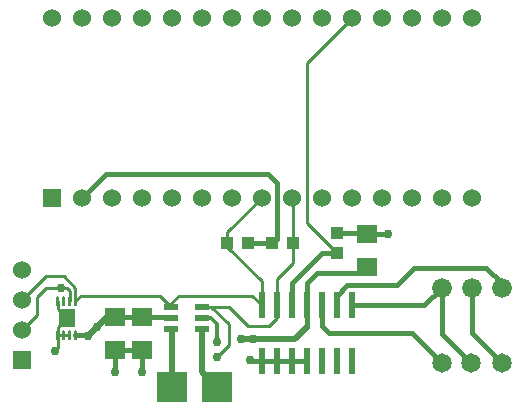
<source format=gbr>
G04 EAGLE Gerber RS-274X export*
G75*
%MOMM*%
%FSLAX34Y34*%
%LPD*%
%INTop Copper*%
%IPPOS*%
%AMOC8*
5,1,8,0,0,1.08239X$1,22.5*%
G01*
%ADD10R,1.800000X1.600000*%
%ADD11R,1.530000X1.530000*%
%ADD12C,1.530000*%
%ADD13C,1.650000*%
%ADD14R,1.000000X1.100000*%
%ADD15R,1.100000X1.000000*%
%ADD16C,1.676400*%
%ADD17R,1.270000X0.558800*%
%ADD18R,1.524000X1.524000*%
%ADD19C,1.524000*%
%ADD20R,0.558800X2.184400*%
%ADD21C,0.135000*%
%ADD22R,1.425000X1.625000*%
%ADD23R,2.540000X2.540000*%
%ADD24C,0.254000*%
%ADD25C,0.756400*%
%ADD26C,0.381000*%
%ADD27C,0.304800*%
%ADD28C,0.508000*%


D10*
X127000Y90200D03*
X127000Y62200D03*
X104140Y90200D03*
X104140Y62200D03*
X317500Y160050D03*
X317500Y132050D03*
D11*
X25400Y53340D03*
D12*
X25400Y78740D03*
X25400Y104140D03*
X25400Y129540D03*
D13*
X381000Y50800D03*
X406000Y50800D03*
X431800Y50800D03*
D14*
X199780Y152400D03*
X216780Y152400D03*
X254880Y152400D03*
X237880Y152400D03*
D15*
X292100Y160900D03*
X292100Y143900D03*
D16*
X406400Y114300D03*
X431800Y114300D03*
X381000Y114300D03*
D17*
X178054Y79502D03*
X178054Y88900D03*
X178054Y98298D03*
X152146Y98298D03*
X152146Y88900D03*
X152146Y79502D03*
D18*
X50800Y190500D03*
D19*
X76200Y190500D03*
X101600Y190500D03*
X127000Y190500D03*
X152400Y190500D03*
X177800Y190500D03*
X203200Y190500D03*
X228600Y190500D03*
X254000Y190500D03*
X279400Y190500D03*
X304800Y190500D03*
X330200Y190500D03*
X355600Y190500D03*
X381000Y190500D03*
X406400Y190500D03*
X406400Y342900D03*
X381000Y342900D03*
X355600Y342900D03*
X330200Y342900D03*
X304800Y342900D03*
X279400Y342900D03*
X254000Y342900D03*
X228600Y342900D03*
X203200Y342900D03*
X177800Y342900D03*
X152400Y342900D03*
X127000Y342900D03*
X101600Y342900D03*
X76200Y342900D03*
X50800Y342900D03*
D20*
X304800Y99822D03*
X292100Y99822D03*
X279400Y99822D03*
X266700Y99822D03*
X254000Y99822D03*
X241300Y99822D03*
X228600Y99822D03*
X228600Y52578D03*
X241300Y52578D03*
X254000Y52578D03*
X266700Y52578D03*
X279400Y52578D03*
X292100Y52578D03*
X304800Y52578D03*
D21*
X70325Y99725D02*
X70325Y106775D01*
X71675Y106775D01*
X71675Y99725D01*
X70325Y99725D01*
X70325Y101007D02*
X71675Y101007D01*
X71675Y102289D02*
X70325Y102289D01*
X70325Y103571D02*
X71675Y103571D01*
X71675Y104853D02*
X70325Y104853D01*
X70325Y106135D02*
X71675Y106135D01*
X65325Y106775D02*
X65325Y99725D01*
X65325Y106775D02*
X66675Y106775D01*
X66675Y99725D01*
X65325Y99725D01*
X65325Y101007D02*
X66675Y101007D01*
X66675Y102289D02*
X65325Y102289D01*
X65325Y103571D02*
X66675Y103571D01*
X66675Y104853D02*
X65325Y104853D01*
X65325Y106135D02*
X66675Y106135D01*
X60325Y106775D02*
X60325Y99725D01*
X60325Y106775D02*
X61675Y106775D01*
X61675Y99725D01*
X60325Y99725D01*
X60325Y101007D02*
X61675Y101007D01*
X61675Y102289D02*
X60325Y102289D01*
X60325Y103571D02*
X61675Y103571D01*
X61675Y104853D02*
X60325Y104853D01*
X60325Y106135D02*
X61675Y106135D01*
X55325Y106775D02*
X55325Y99725D01*
X55325Y106775D02*
X56675Y106775D01*
X56675Y99725D01*
X55325Y99725D01*
X55325Y101007D02*
X56675Y101007D01*
X56675Y102289D02*
X55325Y102289D01*
X55325Y103571D02*
X56675Y103571D01*
X56675Y104853D02*
X55325Y104853D01*
X55325Y106135D02*
X56675Y106135D01*
X55325Y78075D02*
X55325Y71025D01*
X55325Y78075D02*
X56675Y78075D01*
X56675Y71025D01*
X55325Y71025D01*
X55325Y72307D02*
X56675Y72307D01*
X56675Y73589D02*
X55325Y73589D01*
X55325Y74871D02*
X56675Y74871D01*
X56675Y76153D02*
X55325Y76153D01*
X55325Y77435D02*
X56675Y77435D01*
X60325Y78075D02*
X60325Y71025D01*
X60325Y78075D02*
X61675Y78075D01*
X61675Y71025D01*
X60325Y71025D01*
X60325Y72307D02*
X61675Y72307D01*
X61675Y73589D02*
X60325Y73589D01*
X60325Y74871D02*
X61675Y74871D01*
X61675Y76153D02*
X60325Y76153D01*
X60325Y77435D02*
X61675Y77435D01*
X65325Y78075D02*
X65325Y71025D01*
X65325Y78075D02*
X66675Y78075D01*
X66675Y71025D01*
X65325Y71025D01*
X65325Y72307D02*
X66675Y72307D01*
X66675Y73589D02*
X65325Y73589D01*
X65325Y74871D02*
X66675Y74871D01*
X66675Y76153D02*
X65325Y76153D01*
X65325Y77435D02*
X66675Y77435D01*
X70325Y78075D02*
X70325Y71025D01*
X70325Y78075D02*
X71675Y78075D01*
X71675Y71025D01*
X70325Y71025D01*
X70325Y72307D02*
X71675Y72307D01*
X71675Y73589D02*
X70325Y73589D01*
X70325Y74871D02*
X71675Y74871D01*
X71675Y76153D02*
X70325Y76153D01*
X70325Y77435D02*
X71675Y77435D01*
D22*
X63500Y88900D03*
D23*
X190500Y30480D03*
X152400Y30480D03*
D24*
X199780Y161680D02*
X228600Y190500D01*
X199780Y161680D02*
X199780Y152400D01*
X199780Y149470D01*
X228600Y120650D01*
X228600Y99822D01*
X220472Y107950D01*
X158750Y107950D01*
X152146Y101346D01*
X152146Y98298D01*
X142494Y107950D01*
X75700Y107950D02*
X71000Y103250D01*
X75700Y107950D02*
X142494Y107950D01*
X71000Y103250D02*
X71000Y114420D01*
X60960Y124460D01*
X45720Y124460D01*
X25400Y104140D01*
X254000Y190500D02*
X254880Y189620D01*
X254880Y152400D01*
X254880Y135500D01*
X241300Y121920D01*
X241300Y99822D01*
X241300Y88900D01*
X234950Y82550D01*
X217170Y82550D01*
X201422Y98298D01*
X178054Y98298D01*
D25*
X58420Y114300D03*
D24*
X63500Y114300D01*
X66040Y111760D01*
X66040Y103290D01*
X66000Y103250D01*
X58420Y114300D02*
X45720Y114300D01*
X38100Y91440D02*
X25400Y78740D01*
X38100Y106680D02*
X45720Y114300D01*
X38100Y106680D02*
X38100Y91440D01*
X178054Y98298D02*
X186182Y98298D01*
X200660Y83820D01*
X200660Y66040D01*
X190500Y55880D01*
D25*
X190500Y55880D03*
D26*
X292100Y160900D02*
X317500Y160900D01*
X317500Y160050D01*
X335280Y160050D01*
X335280Y160020D01*
D25*
X335280Y160020D03*
D26*
X241300Y52578D02*
X228600Y52578D01*
X241300Y52578D02*
X254000Y52578D01*
X266700Y52578D01*
X228600Y52578D02*
X218440Y52578D01*
X218440Y53340D01*
D25*
X218440Y53340D03*
D26*
X127000Y62200D02*
X104140Y62200D01*
X127000Y62200D02*
X127000Y43180D01*
D25*
X127000Y43180D03*
D26*
X104140Y43180D02*
X104140Y62200D01*
D25*
X104140Y43180D03*
D24*
X56000Y96400D02*
X56000Y103250D01*
X56000Y96400D02*
X63500Y88900D01*
X56000Y81400D01*
X56000Y74550D01*
X61000Y74550D01*
X66000Y74550D01*
X56000Y74550D02*
X56000Y63620D01*
X53340Y60960D01*
D25*
X53340Y60960D03*
D27*
X178054Y88900D02*
X185420Y88900D01*
X190500Y83820D01*
X190500Y68580D01*
D25*
X190500Y68580D03*
D26*
X266700Y118387D02*
X275186Y126873D01*
X312323Y126873D02*
X317500Y132050D01*
X312323Y126873D02*
X275186Y126873D01*
X127000Y90200D02*
X104140Y90200D01*
X127000Y90200D02*
X150846Y90200D01*
X152146Y88900D01*
X76200Y190500D02*
X96520Y210820D01*
X233680Y210820D02*
X241300Y203200D01*
X241300Y155820D02*
X237880Y152400D01*
X233680Y210820D02*
X96520Y210820D01*
X241300Y203200D02*
X241300Y155820D01*
X237880Y152400D02*
X216780Y152400D01*
D28*
X266700Y81280D02*
X256540Y71120D01*
X220980Y71120D01*
D25*
X81280Y73660D03*
X88900Y81280D03*
X210820Y71120D03*
D28*
X220980Y71120D01*
D25*
X220980Y71120D03*
D26*
X80390Y74550D02*
X71000Y74550D01*
D28*
X80390Y74550D02*
X81280Y73660D01*
X88900Y81280D01*
X102900Y90200D02*
X104140Y90200D01*
D26*
X266700Y99822D02*
X266700Y118387D01*
X266700Y99822D02*
X266700Y81280D01*
D28*
X97820Y90200D02*
X88900Y81280D01*
X97820Y90200D02*
X104140Y90200D01*
D26*
X279400Y143900D02*
X292100Y143900D01*
X279400Y143900D02*
X254000Y118500D01*
X254000Y99822D01*
D24*
X292100Y143900D02*
X266700Y169300D01*
X266700Y304800D02*
X304800Y342900D01*
X266700Y304800D02*
X266700Y169300D01*
D26*
X381000Y75800D02*
X406000Y50800D01*
X381000Y75800D02*
X381000Y114300D01*
X366522Y99822D01*
X304800Y99822D01*
X431800Y114300D02*
X431800Y118303D01*
X418912Y131191D01*
X343160Y116811D02*
X300961Y116811D01*
X343160Y116811D02*
X357540Y131191D01*
X418912Y131191D01*
X300961Y116811D02*
X292100Y107950D01*
X292100Y99822D01*
X279400Y99822D02*
X279400Y82550D01*
X285750Y76200D01*
X355600Y76200D02*
X381000Y50800D01*
X355600Y76200D02*
X285750Y76200D01*
X406400Y76200D02*
X431800Y50800D01*
X406400Y76200D02*
X406400Y114300D01*
D28*
X152400Y79248D02*
X152146Y79502D01*
X152400Y79248D02*
X152400Y30480D01*
X178054Y42926D02*
X178054Y79502D01*
X178054Y42926D02*
X190500Y30480D01*
M02*

</source>
